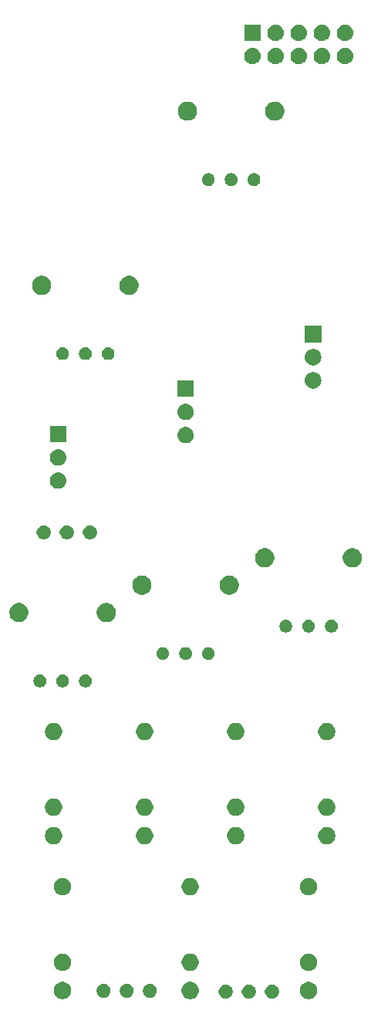
<source format=gts>
G04 #@! TF.GenerationSoftware,KiCad,Pcbnew,(5.0.1-3-g963ef8bb5)*
G04 #@! TF.CreationDate,2020-06-22T21:03:06+02:00*
G04 #@! TF.ProjectId,Schraeg,536368726165672E6B696361645F7063,rev?*
G04 #@! TF.SameCoordinates,Original*
G04 #@! TF.FileFunction,Soldermask,Top*
G04 #@! TF.FilePolarity,Negative*
%FSLAX46Y46*%
G04 Gerber Fmt 4.6, Leading zero omitted, Abs format (unit mm)*
G04 Created by KiCad (PCBNEW (5.0.1-3-g963ef8bb5)) date Monday, 22 June 2020 at 21:03:06*
%MOMM*%
%LPD*%
G01*
G04 APERTURE LIST*
%ADD10C,0.100000*%
G04 APERTURE END LIST*
D10*
G36*
X78277396Y-115565546D02*
X78450466Y-115637234D01*
X78606230Y-115741312D01*
X78738688Y-115873770D01*
X78842766Y-116029534D01*
X78914454Y-116202604D01*
X78951000Y-116386333D01*
X78951000Y-116573667D01*
X78914454Y-116757396D01*
X78842766Y-116930466D01*
X78738688Y-117086230D01*
X78606230Y-117218688D01*
X78450466Y-117322766D01*
X78277396Y-117394454D01*
X78093667Y-117431000D01*
X77906333Y-117431000D01*
X77722604Y-117394454D01*
X77549534Y-117322766D01*
X77393770Y-117218688D01*
X77261312Y-117086230D01*
X77157234Y-116930466D01*
X77085546Y-116757396D01*
X77049000Y-116573667D01*
X77049000Y-116386333D01*
X77085546Y-116202604D01*
X77157234Y-116029534D01*
X77261312Y-115873770D01*
X77393770Y-115741312D01*
X77549534Y-115637234D01*
X77722604Y-115565546D01*
X77906333Y-115529000D01*
X78093667Y-115529000D01*
X78277396Y-115565546D01*
X78277396Y-115565546D01*
G37*
G36*
X65277396Y-115565546D02*
X65450466Y-115637234D01*
X65606230Y-115741312D01*
X65738688Y-115873770D01*
X65842766Y-116029534D01*
X65914454Y-116202604D01*
X65951000Y-116386333D01*
X65951000Y-116573667D01*
X65914454Y-116757396D01*
X65842766Y-116930466D01*
X65738688Y-117086230D01*
X65606230Y-117218688D01*
X65450466Y-117322766D01*
X65277396Y-117394454D01*
X65093667Y-117431000D01*
X64906333Y-117431000D01*
X64722604Y-117394454D01*
X64549534Y-117322766D01*
X64393770Y-117218688D01*
X64261312Y-117086230D01*
X64157234Y-116930466D01*
X64085546Y-116757396D01*
X64049000Y-116573667D01*
X64049000Y-116386333D01*
X64085546Y-116202604D01*
X64157234Y-116029534D01*
X64261312Y-115873770D01*
X64393770Y-115741312D01*
X64549534Y-115637234D01*
X64722604Y-115565546D01*
X64906333Y-115529000D01*
X65093667Y-115529000D01*
X65277396Y-115565546D01*
X65277396Y-115565546D01*
G37*
G36*
X51277396Y-115565546D02*
X51450466Y-115637234D01*
X51606230Y-115741312D01*
X51738688Y-115873770D01*
X51842766Y-116029534D01*
X51914454Y-116202604D01*
X51951000Y-116386333D01*
X51951000Y-116573667D01*
X51914454Y-116757396D01*
X51842766Y-116930466D01*
X51738688Y-117086230D01*
X51606230Y-117218688D01*
X51450466Y-117322766D01*
X51277396Y-117394454D01*
X51093667Y-117431000D01*
X50906333Y-117431000D01*
X50722604Y-117394454D01*
X50549534Y-117322766D01*
X50393770Y-117218688D01*
X50261312Y-117086230D01*
X50157234Y-116930466D01*
X50085546Y-116757396D01*
X50049000Y-116573667D01*
X50049000Y-116386333D01*
X50085546Y-116202604D01*
X50157234Y-116029534D01*
X50261312Y-115873770D01*
X50393770Y-115741312D01*
X50549534Y-115637234D01*
X50722604Y-115565546D01*
X50906333Y-115529000D01*
X51093667Y-115529000D01*
X51277396Y-115565546D01*
X51277396Y-115565546D01*
G37*
G36*
X69025589Y-115838876D02*
X69124893Y-115858629D01*
X69265206Y-115916748D01*
X69391484Y-116001125D01*
X69498875Y-116108516D01*
X69583252Y-116234794D01*
X69641371Y-116375107D01*
X69671000Y-116524063D01*
X69671000Y-116675937D01*
X69641371Y-116824893D01*
X69583252Y-116965206D01*
X69498875Y-117091484D01*
X69391484Y-117198875D01*
X69265206Y-117283252D01*
X69124893Y-117341371D01*
X69025589Y-117361124D01*
X68975938Y-117371000D01*
X68824062Y-117371000D01*
X68774411Y-117361124D01*
X68675107Y-117341371D01*
X68534794Y-117283252D01*
X68408516Y-117198875D01*
X68301125Y-117091484D01*
X68216748Y-116965206D01*
X68158629Y-116824893D01*
X68129000Y-116675937D01*
X68129000Y-116524063D01*
X68158629Y-116375107D01*
X68216748Y-116234794D01*
X68301125Y-116108516D01*
X68408516Y-116001125D01*
X68534794Y-115916748D01*
X68675107Y-115858629D01*
X68774411Y-115838876D01*
X68824062Y-115829000D01*
X68975938Y-115829000D01*
X69025589Y-115838876D01*
X69025589Y-115838876D01*
G37*
G36*
X71565589Y-115838876D02*
X71664893Y-115858629D01*
X71805206Y-115916748D01*
X71931484Y-116001125D01*
X72038875Y-116108516D01*
X72123252Y-116234794D01*
X72181371Y-116375107D01*
X72211000Y-116524063D01*
X72211000Y-116675937D01*
X72181371Y-116824893D01*
X72123252Y-116965206D01*
X72038875Y-117091484D01*
X71931484Y-117198875D01*
X71805206Y-117283252D01*
X71664893Y-117341371D01*
X71565589Y-117361124D01*
X71515938Y-117371000D01*
X71364062Y-117371000D01*
X71314411Y-117361124D01*
X71215107Y-117341371D01*
X71074794Y-117283252D01*
X70948516Y-117198875D01*
X70841125Y-117091484D01*
X70756748Y-116965206D01*
X70698629Y-116824893D01*
X70669000Y-116675937D01*
X70669000Y-116524063D01*
X70698629Y-116375107D01*
X70756748Y-116234794D01*
X70841125Y-116108516D01*
X70948516Y-116001125D01*
X71074794Y-115916748D01*
X71215107Y-115858629D01*
X71314411Y-115838876D01*
X71364062Y-115829000D01*
X71515938Y-115829000D01*
X71565589Y-115838876D01*
X71565589Y-115838876D01*
G37*
G36*
X74105589Y-115838876D02*
X74204893Y-115858629D01*
X74345206Y-115916748D01*
X74471484Y-116001125D01*
X74578875Y-116108516D01*
X74663252Y-116234794D01*
X74721371Y-116375107D01*
X74751000Y-116524063D01*
X74751000Y-116675937D01*
X74721371Y-116824893D01*
X74663252Y-116965206D01*
X74578875Y-117091484D01*
X74471484Y-117198875D01*
X74345206Y-117283252D01*
X74204893Y-117341371D01*
X74105589Y-117361124D01*
X74055938Y-117371000D01*
X73904062Y-117371000D01*
X73854411Y-117361124D01*
X73755107Y-117341371D01*
X73614794Y-117283252D01*
X73488516Y-117198875D01*
X73381125Y-117091484D01*
X73296748Y-116965206D01*
X73238629Y-116824893D01*
X73209000Y-116675937D01*
X73209000Y-116524063D01*
X73238629Y-116375107D01*
X73296748Y-116234794D01*
X73381125Y-116108516D01*
X73488516Y-116001125D01*
X73614794Y-115916748D01*
X73755107Y-115858629D01*
X73854411Y-115838876D01*
X73904062Y-115829000D01*
X74055938Y-115829000D01*
X74105589Y-115838876D01*
X74105589Y-115838876D01*
G37*
G36*
X58165589Y-115738876D02*
X58264893Y-115758629D01*
X58405206Y-115816748D01*
X58531484Y-115901125D01*
X58638875Y-116008516D01*
X58723252Y-116134794D01*
X58781371Y-116275107D01*
X58781371Y-116275109D01*
X58803496Y-116386335D01*
X58811000Y-116424063D01*
X58811000Y-116575937D01*
X58781371Y-116724893D01*
X58723252Y-116865206D01*
X58638875Y-116991484D01*
X58531484Y-117098875D01*
X58405206Y-117183252D01*
X58264893Y-117241371D01*
X58165589Y-117261124D01*
X58115938Y-117271000D01*
X57964062Y-117271000D01*
X57914411Y-117261124D01*
X57815107Y-117241371D01*
X57674794Y-117183252D01*
X57548516Y-117098875D01*
X57441125Y-116991484D01*
X57356748Y-116865206D01*
X57298629Y-116724893D01*
X57269000Y-116575937D01*
X57269000Y-116424063D01*
X57276505Y-116386335D01*
X57298629Y-116275109D01*
X57298629Y-116275107D01*
X57356748Y-116134794D01*
X57441125Y-116008516D01*
X57548516Y-115901125D01*
X57674794Y-115816748D01*
X57815107Y-115758629D01*
X57914411Y-115738876D01*
X57964062Y-115729000D01*
X58115938Y-115729000D01*
X58165589Y-115738876D01*
X58165589Y-115738876D01*
G37*
G36*
X55625589Y-115738876D02*
X55724893Y-115758629D01*
X55865206Y-115816748D01*
X55991484Y-115901125D01*
X56098875Y-116008516D01*
X56183252Y-116134794D01*
X56241371Y-116275107D01*
X56241371Y-116275109D01*
X56263496Y-116386335D01*
X56271000Y-116424063D01*
X56271000Y-116575937D01*
X56241371Y-116724893D01*
X56183252Y-116865206D01*
X56098875Y-116991484D01*
X55991484Y-117098875D01*
X55865206Y-117183252D01*
X55724893Y-117241371D01*
X55625589Y-117261124D01*
X55575938Y-117271000D01*
X55424062Y-117271000D01*
X55374411Y-117261124D01*
X55275107Y-117241371D01*
X55134794Y-117183252D01*
X55008516Y-117098875D01*
X54901125Y-116991484D01*
X54816748Y-116865206D01*
X54758629Y-116724893D01*
X54729000Y-116575937D01*
X54729000Y-116424063D01*
X54736505Y-116386335D01*
X54758629Y-116275109D01*
X54758629Y-116275107D01*
X54816748Y-116134794D01*
X54901125Y-116008516D01*
X55008516Y-115901125D01*
X55134794Y-115816748D01*
X55275107Y-115758629D01*
X55374411Y-115738876D01*
X55424062Y-115729000D01*
X55575938Y-115729000D01*
X55625589Y-115738876D01*
X55625589Y-115738876D01*
G37*
G36*
X60705589Y-115738876D02*
X60804893Y-115758629D01*
X60945206Y-115816748D01*
X61071484Y-115901125D01*
X61178875Y-116008516D01*
X61263252Y-116134794D01*
X61321371Y-116275107D01*
X61321371Y-116275109D01*
X61343496Y-116386335D01*
X61351000Y-116424063D01*
X61351000Y-116575937D01*
X61321371Y-116724893D01*
X61263252Y-116865206D01*
X61178875Y-116991484D01*
X61071484Y-117098875D01*
X60945206Y-117183252D01*
X60804893Y-117241371D01*
X60705589Y-117261124D01*
X60655938Y-117271000D01*
X60504062Y-117271000D01*
X60454411Y-117261124D01*
X60355107Y-117241371D01*
X60214794Y-117183252D01*
X60088516Y-117098875D01*
X59981125Y-116991484D01*
X59896748Y-116865206D01*
X59838629Y-116724893D01*
X59809000Y-116575937D01*
X59809000Y-116424063D01*
X59816505Y-116386335D01*
X59838629Y-116275109D01*
X59838629Y-116275107D01*
X59896748Y-116134794D01*
X59981125Y-116008516D01*
X60088516Y-115901125D01*
X60214794Y-115816748D01*
X60355107Y-115758629D01*
X60454411Y-115738876D01*
X60504062Y-115729000D01*
X60655938Y-115729000D01*
X60705589Y-115738876D01*
X60705589Y-115738876D01*
G37*
G36*
X78277396Y-112465546D02*
X78450466Y-112537234D01*
X78606230Y-112641312D01*
X78738688Y-112773770D01*
X78842766Y-112929534D01*
X78914454Y-113102604D01*
X78951000Y-113286333D01*
X78951000Y-113473667D01*
X78914454Y-113657396D01*
X78842766Y-113830466D01*
X78738688Y-113986230D01*
X78606230Y-114118688D01*
X78450466Y-114222766D01*
X78277396Y-114294454D01*
X78093667Y-114331000D01*
X77906333Y-114331000D01*
X77722604Y-114294454D01*
X77549534Y-114222766D01*
X77393770Y-114118688D01*
X77261312Y-113986230D01*
X77157234Y-113830466D01*
X77085546Y-113657396D01*
X77049000Y-113473667D01*
X77049000Y-113286333D01*
X77085546Y-113102604D01*
X77157234Y-112929534D01*
X77261312Y-112773770D01*
X77393770Y-112641312D01*
X77549534Y-112537234D01*
X77722604Y-112465546D01*
X77906333Y-112429000D01*
X78093667Y-112429000D01*
X78277396Y-112465546D01*
X78277396Y-112465546D01*
G37*
G36*
X65277396Y-112465546D02*
X65450466Y-112537234D01*
X65606230Y-112641312D01*
X65738688Y-112773770D01*
X65842766Y-112929534D01*
X65914454Y-113102604D01*
X65951000Y-113286333D01*
X65951000Y-113473667D01*
X65914454Y-113657396D01*
X65842766Y-113830466D01*
X65738688Y-113986230D01*
X65606230Y-114118688D01*
X65450466Y-114222766D01*
X65277396Y-114294454D01*
X65093667Y-114331000D01*
X64906333Y-114331000D01*
X64722604Y-114294454D01*
X64549534Y-114222766D01*
X64393770Y-114118688D01*
X64261312Y-113986230D01*
X64157234Y-113830466D01*
X64085546Y-113657396D01*
X64049000Y-113473667D01*
X64049000Y-113286333D01*
X64085546Y-113102604D01*
X64157234Y-112929534D01*
X64261312Y-112773770D01*
X64393770Y-112641312D01*
X64549534Y-112537234D01*
X64722604Y-112465546D01*
X64906333Y-112429000D01*
X65093667Y-112429000D01*
X65277396Y-112465546D01*
X65277396Y-112465546D01*
G37*
G36*
X51277396Y-112465546D02*
X51450466Y-112537234D01*
X51606230Y-112641312D01*
X51738688Y-112773770D01*
X51842766Y-112929534D01*
X51914454Y-113102604D01*
X51951000Y-113286333D01*
X51951000Y-113473667D01*
X51914454Y-113657396D01*
X51842766Y-113830466D01*
X51738688Y-113986230D01*
X51606230Y-114118688D01*
X51450466Y-114222766D01*
X51277396Y-114294454D01*
X51093667Y-114331000D01*
X50906333Y-114331000D01*
X50722604Y-114294454D01*
X50549534Y-114222766D01*
X50393770Y-114118688D01*
X50261312Y-113986230D01*
X50157234Y-113830466D01*
X50085546Y-113657396D01*
X50049000Y-113473667D01*
X50049000Y-113286333D01*
X50085546Y-113102604D01*
X50157234Y-112929534D01*
X50261312Y-112773770D01*
X50393770Y-112641312D01*
X50549534Y-112537234D01*
X50722604Y-112465546D01*
X50906333Y-112429000D01*
X51093667Y-112429000D01*
X51277396Y-112465546D01*
X51277396Y-112465546D01*
G37*
G36*
X65277396Y-104165546D02*
X65450466Y-104237234D01*
X65606230Y-104341312D01*
X65738688Y-104473770D01*
X65842766Y-104629534D01*
X65914454Y-104802604D01*
X65951000Y-104986333D01*
X65951000Y-105173667D01*
X65914454Y-105357396D01*
X65842766Y-105530466D01*
X65738688Y-105686230D01*
X65606230Y-105818688D01*
X65450466Y-105922766D01*
X65277396Y-105994454D01*
X65093667Y-106031000D01*
X64906333Y-106031000D01*
X64722604Y-105994454D01*
X64549534Y-105922766D01*
X64393770Y-105818688D01*
X64261312Y-105686230D01*
X64157234Y-105530466D01*
X64085546Y-105357396D01*
X64049000Y-105173667D01*
X64049000Y-104986333D01*
X64085546Y-104802604D01*
X64157234Y-104629534D01*
X64261312Y-104473770D01*
X64393770Y-104341312D01*
X64549534Y-104237234D01*
X64722604Y-104165546D01*
X64906333Y-104129000D01*
X65093667Y-104129000D01*
X65277396Y-104165546D01*
X65277396Y-104165546D01*
G37*
G36*
X78277396Y-104165546D02*
X78450466Y-104237234D01*
X78606230Y-104341312D01*
X78738688Y-104473770D01*
X78842766Y-104629534D01*
X78914454Y-104802604D01*
X78951000Y-104986333D01*
X78951000Y-105173667D01*
X78914454Y-105357396D01*
X78842766Y-105530466D01*
X78738688Y-105686230D01*
X78606230Y-105818688D01*
X78450466Y-105922766D01*
X78277396Y-105994454D01*
X78093667Y-106031000D01*
X77906333Y-106031000D01*
X77722604Y-105994454D01*
X77549534Y-105922766D01*
X77393770Y-105818688D01*
X77261312Y-105686230D01*
X77157234Y-105530466D01*
X77085546Y-105357396D01*
X77049000Y-105173667D01*
X77049000Y-104986333D01*
X77085546Y-104802604D01*
X77157234Y-104629534D01*
X77261312Y-104473770D01*
X77393770Y-104341312D01*
X77549534Y-104237234D01*
X77722604Y-104165546D01*
X77906333Y-104129000D01*
X78093667Y-104129000D01*
X78277396Y-104165546D01*
X78277396Y-104165546D01*
G37*
G36*
X51277396Y-104165546D02*
X51450466Y-104237234D01*
X51606230Y-104341312D01*
X51738688Y-104473770D01*
X51842766Y-104629534D01*
X51914454Y-104802604D01*
X51951000Y-104986333D01*
X51951000Y-105173667D01*
X51914454Y-105357396D01*
X51842766Y-105530466D01*
X51738688Y-105686230D01*
X51606230Y-105818688D01*
X51450466Y-105922766D01*
X51277396Y-105994454D01*
X51093667Y-106031000D01*
X50906333Y-106031000D01*
X50722604Y-105994454D01*
X50549534Y-105922766D01*
X50393770Y-105818688D01*
X50261312Y-105686230D01*
X50157234Y-105530466D01*
X50085546Y-105357396D01*
X50049000Y-105173667D01*
X50049000Y-104986333D01*
X50085546Y-104802604D01*
X50157234Y-104629534D01*
X50261312Y-104473770D01*
X50393770Y-104341312D01*
X50549534Y-104237234D01*
X50722604Y-104165546D01*
X50906333Y-104129000D01*
X51093667Y-104129000D01*
X51277396Y-104165546D01*
X51277396Y-104165546D01*
G37*
G36*
X80277396Y-98565546D02*
X80450466Y-98637234D01*
X80606230Y-98741312D01*
X80738688Y-98873770D01*
X80842766Y-99029534D01*
X80914454Y-99202604D01*
X80951000Y-99386333D01*
X80951000Y-99573667D01*
X80914454Y-99757396D01*
X80842766Y-99930466D01*
X80738688Y-100086230D01*
X80606230Y-100218688D01*
X80450466Y-100322766D01*
X80277396Y-100394454D01*
X80093667Y-100431000D01*
X79906333Y-100431000D01*
X79722604Y-100394454D01*
X79549534Y-100322766D01*
X79393770Y-100218688D01*
X79261312Y-100086230D01*
X79157234Y-99930466D01*
X79085546Y-99757396D01*
X79049000Y-99573667D01*
X79049000Y-99386333D01*
X79085546Y-99202604D01*
X79157234Y-99029534D01*
X79261312Y-98873770D01*
X79393770Y-98741312D01*
X79549534Y-98637234D01*
X79722604Y-98565546D01*
X79906333Y-98529000D01*
X80093667Y-98529000D01*
X80277396Y-98565546D01*
X80277396Y-98565546D01*
G37*
G36*
X70277396Y-98565546D02*
X70450466Y-98637234D01*
X70606230Y-98741312D01*
X70738688Y-98873770D01*
X70842766Y-99029534D01*
X70914454Y-99202604D01*
X70951000Y-99386333D01*
X70951000Y-99573667D01*
X70914454Y-99757396D01*
X70842766Y-99930466D01*
X70738688Y-100086230D01*
X70606230Y-100218688D01*
X70450466Y-100322766D01*
X70277396Y-100394454D01*
X70093667Y-100431000D01*
X69906333Y-100431000D01*
X69722604Y-100394454D01*
X69549534Y-100322766D01*
X69393770Y-100218688D01*
X69261312Y-100086230D01*
X69157234Y-99930466D01*
X69085546Y-99757396D01*
X69049000Y-99573667D01*
X69049000Y-99386333D01*
X69085546Y-99202604D01*
X69157234Y-99029534D01*
X69261312Y-98873770D01*
X69393770Y-98741312D01*
X69549534Y-98637234D01*
X69722604Y-98565546D01*
X69906333Y-98529000D01*
X70093667Y-98529000D01*
X70277396Y-98565546D01*
X70277396Y-98565546D01*
G37*
G36*
X60277396Y-98565546D02*
X60450466Y-98637234D01*
X60606230Y-98741312D01*
X60738688Y-98873770D01*
X60842766Y-99029534D01*
X60914454Y-99202604D01*
X60951000Y-99386333D01*
X60951000Y-99573667D01*
X60914454Y-99757396D01*
X60842766Y-99930466D01*
X60738688Y-100086230D01*
X60606230Y-100218688D01*
X60450466Y-100322766D01*
X60277396Y-100394454D01*
X60093667Y-100431000D01*
X59906333Y-100431000D01*
X59722604Y-100394454D01*
X59549534Y-100322766D01*
X59393770Y-100218688D01*
X59261312Y-100086230D01*
X59157234Y-99930466D01*
X59085546Y-99757396D01*
X59049000Y-99573667D01*
X59049000Y-99386333D01*
X59085546Y-99202604D01*
X59157234Y-99029534D01*
X59261312Y-98873770D01*
X59393770Y-98741312D01*
X59549534Y-98637234D01*
X59722604Y-98565546D01*
X59906333Y-98529000D01*
X60093667Y-98529000D01*
X60277396Y-98565546D01*
X60277396Y-98565546D01*
G37*
G36*
X50277396Y-98565546D02*
X50450466Y-98637234D01*
X50606230Y-98741312D01*
X50738688Y-98873770D01*
X50842766Y-99029534D01*
X50914454Y-99202604D01*
X50951000Y-99386333D01*
X50951000Y-99573667D01*
X50914454Y-99757396D01*
X50842766Y-99930466D01*
X50738688Y-100086230D01*
X50606230Y-100218688D01*
X50450466Y-100322766D01*
X50277396Y-100394454D01*
X50093667Y-100431000D01*
X49906333Y-100431000D01*
X49722604Y-100394454D01*
X49549534Y-100322766D01*
X49393770Y-100218688D01*
X49261312Y-100086230D01*
X49157234Y-99930466D01*
X49085546Y-99757396D01*
X49049000Y-99573667D01*
X49049000Y-99386333D01*
X49085546Y-99202604D01*
X49157234Y-99029534D01*
X49261312Y-98873770D01*
X49393770Y-98741312D01*
X49549534Y-98637234D01*
X49722604Y-98565546D01*
X49906333Y-98529000D01*
X50093667Y-98529000D01*
X50277396Y-98565546D01*
X50277396Y-98565546D01*
G37*
G36*
X50277396Y-95465546D02*
X50450466Y-95537234D01*
X50606230Y-95641312D01*
X50738688Y-95773770D01*
X50842766Y-95929534D01*
X50914454Y-96102604D01*
X50951000Y-96286333D01*
X50951000Y-96473667D01*
X50914454Y-96657396D01*
X50842766Y-96830466D01*
X50738688Y-96986230D01*
X50606230Y-97118688D01*
X50450466Y-97222766D01*
X50277396Y-97294454D01*
X50093667Y-97331000D01*
X49906333Y-97331000D01*
X49722604Y-97294454D01*
X49549534Y-97222766D01*
X49393770Y-97118688D01*
X49261312Y-96986230D01*
X49157234Y-96830466D01*
X49085546Y-96657396D01*
X49049000Y-96473667D01*
X49049000Y-96286333D01*
X49085546Y-96102604D01*
X49157234Y-95929534D01*
X49261312Y-95773770D01*
X49393770Y-95641312D01*
X49549534Y-95537234D01*
X49722604Y-95465546D01*
X49906333Y-95429000D01*
X50093667Y-95429000D01*
X50277396Y-95465546D01*
X50277396Y-95465546D01*
G37*
G36*
X80277396Y-95465546D02*
X80450466Y-95537234D01*
X80606230Y-95641312D01*
X80738688Y-95773770D01*
X80842766Y-95929534D01*
X80914454Y-96102604D01*
X80951000Y-96286333D01*
X80951000Y-96473667D01*
X80914454Y-96657396D01*
X80842766Y-96830466D01*
X80738688Y-96986230D01*
X80606230Y-97118688D01*
X80450466Y-97222766D01*
X80277396Y-97294454D01*
X80093667Y-97331000D01*
X79906333Y-97331000D01*
X79722604Y-97294454D01*
X79549534Y-97222766D01*
X79393770Y-97118688D01*
X79261312Y-96986230D01*
X79157234Y-96830466D01*
X79085546Y-96657396D01*
X79049000Y-96473667D01*
X79049000Y-96286333D01*
X79085546Y-96102604D01*
X79157234Y-95929534D01*
X79261312Y-95773770D01*
X79393770Y-95641312D01*
X79549534Y-95537234D01*
X79722604Y-95465546D01*
X79906333Y-95429000D01*
X80093667Y-95429000D01*
X80277396Y-95465546D01*
X80277396Y-95465546D01*
G37*
G36*
X60277396Y-95465546D02*
X60450466Y-95537234D01*
X60606230Y-95641312D01*
X60738688Y-95773770D01*
X60842766Y-95929534D01*
X60914454Y-96102604D01*
X60951000Y-96286333D01*
X60951000Y-96473667D01*
X60914454Y-96657396D01*
X60842766Y-96830466D01*
X60738688Y-96986230D01*
X60606230Y-97118688D01*
X60450466Y-97222766D01*
X60277396Y-97294454D01*
X60093667Y-97331000D01*
X59906333Y-97331000D01*
X59722604Y-97294454D01*
X59549534Y-97222766D01*
X59393770Y-97118688D01*
X59261312Y-96986230D01*
X59157234Y-96830466D01*
X59085546Y-96657396D01*
X59049000Y-96473667D01*
X59049000Y-96286333D01*
X59085546Y-96102604D01*
X59157234Y-95929534D01*
X59261312Y-95773770D01*
X59393770Y-95641312D01*
X59549534Y-95537234D01*
X59722604Y-95465546D01*
X59906333Y-95429000D01*
X60093667Y-95429000D01*
X60277396Y-95465546D01*
X60277396Y-95465546D01*
G37*
G36*
X70277396Y-95465546D02*
X70450466Y-95537234D01*
X70606230Y-95641312D01*
X70738688Y-95773770D01*
X70842766Y-95929534D01*
X70914454Y-96102604D01*
X70951000Y-96286333D01*
X70951000Y-96473667D01*
X70914454Y-96657396D01*
X70842766Y-96830466D01*
X70738688Y-96986230D01*
X70606230Y-97118688D01*
X70450466Y-97222766D01*
X70277396Y-97294454D01*
X70093667Y-97331000D01*
X69906333Y-97331000D01*
X69722604Y-97294454D01*
X69549534Y-97222766D01*
X69393770Y-97118688D01*
X69261312Y-96986230D01*
X69157234Y-96830466D01*
X69085546Y-96657396D01*
X69049000Y-96473667D01*
X69049000Y-96286333D01*
X69085546Y-96102604D01*
X69157234Y-95929534D01*
X69261312Y-95773770D01*
X69393770Y-95641312D01*
X69549534Y-95537234D01*
X69722604Y-95465546D01*
X69906333Y-95429000D01*
X70093667Y-95429000D01*
X70277396Y-95465546D01*
X70277396Y-95465546D01*
G37*
G36*
X60277396Y-87165546D02*
X60450466Y-87237234D01*
X60606230Y-87341312D01*
X60738688Y-87473770D01*
X60842766Y-87629534D01*
X60914454Y-87802604D01*
X60951000Y-87986333D01*
X60951000Y-88173667D01*
X60914454Y-88357396D01*
X60842766Y-88530466D01*
X60738688Y-88686230D01*
X60606230Y-88818688D01*
X60450466Y-88922766D01*
X60277396Y-88994454D01*
X60093667Y-89031000D01*
X59906333Y-89031000D01*
X59722604Y-88994454D01*
X59549534Y-88922766D01*
X59393770Y-88818688D01*
X59261312Y-88686230D01*
X59157234Y-88530466D01*
X59085546Y-88357396D01*
X59049000Y-88173667D01*
X59049000Y-87986333D01*
X59085546Y-87802604D01*
X59157234Y-87629534D01*
X59261312Y-87473770D01*
X59393770Y-87341312D01*
X59549534Y-87237234D01*
X59722604Y-87165546D01*
X59906333Y-87129000D01*
X60093667Y-87129000D01*
X60277396Y-87165546D01*
X60277396Y-87165546D01*
G37*
G36*
X50277396Y-87165546D02*
X50450466Y-87237234D01*
X50606230Y-87341312D01*
X50738688Y-87473770D01*
X50842766Y-87629534D01*
X50914454Y-87802604D01*
X50951000Y-87986333D01*
X50951000Y-88173667D01*
X50914454Y-88357396D01*
X50842766Y-88530466D01*
X50738688Y-88686230D01*
X50606230Y-88818688D01*
X50450466Y-88922766D01*
X50277396Y-88994454D01*
X50093667Y-89031000D01*
X49906333Y-89031000D01*
X49722604Y-88994454D01*
X49549534Y-88922766D01*
X49393770Y-88818688D01*
X49261312Y-88686230D01*
X49157234Y-88530466D01*
X49085546Y-88357396D01*
X49049000Y-88173667D01*
X49049000Y-87986333D01*
X49085546Y-87802604D01*
X49157234Y-87629534D01*
X49261312Y-87473770D01*
X49393770Y-87341312D01*
X49549534Y-87237234D01*
X49722604Y-87165546D01*
X49906333Y-87129000D01*
X50093667Y-87129000D01*
X50277396Y-87165546D01*
X50277396Y-87165546D01*
G37*
G36*
X80277396Y-87165546D02*
X80450466Y-87237234D01*
X80606230Y-87341312D01*
X80738688Y-87473770D01*
X80842766Y-87629534D01*
X80914454Y-87802604D01*
X80951000Y-87986333D01*
X80951000Y-88173667D01*
X80914454Y-88357396D01*
X80842766Y-88530466D01*
X80738688Y-88686230D01*
X80606230Y-88818688D01*
X80450466Y-88922766D01*
X80277396Y-88994454D01*
X80093667Y-89031000D01*
X79906333Y-89031000D01*
X79722604Y-88994454D01*
X79549534Y-88922766D01*
X79393770Y-88818688D01*
X79261312Y-88686230D01*
X79157234Y-88530466D01*
X79085546Y-88357396D01*
X79049000Y-88173667D01*
X79049000Y-87986333D01*
X79085546Y-87802604D01*
X79157234Y-87629534D01*
X79261312Y-87473770D01*
X79393770Y-87341312D01*
X79549534Y-87237234D01*
X79722604Y-87165546D01*
X79906333Y-87129000D01*
X80093667Y-87129000D01*
X80277396Y-87165546D01*
X80277396Y-87165546D01*
G37*
G36*
X70277396Y-87165546D02*
X70450466Y-87237234D01*
X70606230Y-87341312D01*
X70738688Y-87473770D01*
X70842766Y-87629534D01*
X70914454Y-87802604D01*
X70951000Y-87986333D01*
X70951000Y-88173667D01*
X70914454Y-88357396D01*
X70842766Y-88530466D01*
X70738688Y-88686230D01*
X70606230Y-88818688D01*
X70450466Y-88922766D01*
X70277396Y-88994454D01*
X70093667Y-89031000D01*
X69906333Y-89031000D01*
X69722604Y-88994454D01*
X69549534Y-88922766D01*
X69393770Y-88818688D01*
X69261312Y-88686230D01*
X69157234Y-88530466D01*
X69085546Y-88357396D01*
X69049000Y-88173667D01*
X69049000Y-87986333D01*
X69085546Y-87802604D01*
X69157234Y-87629534D01*
X69261312Y-87473770D01*
X69393770Y-87341312D01*
X69549534Y-87237234D01*
X69722604Y-87165546D01*
X69906333Y-87129000D01*
X70093667Y-87129000D01*
X70277396Y-87165546D01*
X70277396Y-87165546D01*
G37*
G36*
X53704472Y-81825938D02*
X53832049Y-81878782D01*
X53946865Y-81955500D01*
X54044500Y-82053135D01*
X54121218Y-82167951D01*
X54174062Y-82295528D01*
X54201000Y-82430956D01*
X54201000Y-82569044D01*
X54174062Y-82704472D01*
X54121218Y-82832049D01*
X54044500Y-82946865D01*
X53946865Y-83044500D01*
X53832049Y-83121218D01*
X53704472Y-83174062D01*
X53569044Y-83201000D01*
X53430956Y-83201000D01*
X53295528Y-83174062D01*
X53167951Y-83121218D01*
X53053135Y-83044500D01*
X52955500Y-82946865D01*
X52878782Y-82832049D01*
X52825938Y-82704472D01*
X52799000Y-82569044D01*
X52799000Y-82430956D01*
X52825938Y-82295528D01*
X52878782Y-82167951D01*
X52955500Y-82053135D01*
X53053135Y-81955500D01*
X53167951Y-81878782D01*
X53295528Y-81825938D01*
X53430956Y-81799000D01*
X53569044Y-81799000D01*
X53704472Y-81825938D01*
X53704472Y-81825938D01*
G37*
G36*
X51204472Y-81825938D02*
X51332049Y-81878782D01*
X51446865Y-81955500D01*
X51544500Y-82053135D01*
X51621218Y-82167951D01*
X51674062Y-82295528D01*
X51701000Y-82430956D01*
X51701000Y-82569044D01*
X51674062Y-82704472D01*
X51621218Y-82832049D01*
X51544500Y-82946865D01*
X51446865Y-83044500D01*
X51332049Y-83121218D01*
X51204472Y-83174062D01*
X51069044Y-83201000D01*
X50930956Y-83201000D01*
X50795528Y-83174062D01*
X50667951Y-83121218D01*
X50553135Y-83044500D01*
X50455500Y-82946865D01*
X50378782Y-82832049D01*
X50325938Y-82704472D01*
X50299000Y-82569044D01*
X50299000Y-82430956D01*
X50325938Y-82295528D01*
X50378782Y-82167951D01*
X50455500Y-82053135D01*
X50553135Y-81955500D01*
X50667951Y-81878782D01*
X50795528Y-81825938D01*
X50930956Y-81799000D01*
X51069044Y-81799000D01*
X51204472Y-81825938D01*
X51204472Y-81825938D01*
G37*
G36*
X48704472Y-81825938D02*
X48832049Y-81878782D01*
X48946865Y-81955500D01*
X49044500Y-82053135D01*
X49121218Y-82167951D01*
X49174062Y-82295528D01*
X49201000Y-82430956D01*
X49201000Y-82569044D01*
X49174062Y-82704472D01*
X49121218Y-82832049D01*
X49044500Y-82946865D01*
X48946865Y-83044500D01*
X48832049Y-83121218D01*
X48704472Y-83174062D01*
X48569044Y-83201000D01*
X48430956Y-83201000D01*
X48295528Y-83174062D01*
X48167951Y-83121218D01*
X48053135Y-83044500D01*
X47955500Y-82946865D01*
X47878782Y-82832049D01*
X47825938Y-82704472D01*
X47799000Y-82569044D01*
X47799000Y-82430956D01*
X47825938Y-82295528D01*
X47878782Y-82167951D01*
X47955500Y-82053135D01*
X48053135Y-81955500D01*
X48167951Y-81878782D01*
X48295528Y-81825938D01*
X48430956Y-81799000D01*
X48569044Y-81799000D01*
X48704472Y-81825938D01*
X48704472Y-81825938D01*
G37*
G36*
X67204472Y-78825938D02*
X67332049Y-78878782D01*
X67446865Y-78955500D01*
X67544500Y-79053135D01*
X67621218Y-79167951D01*
X67674062Y-79295528D01*
X67701000Y-79430956D01*
X67701000Y-79569044D01*
X67674062Y-79704472D01*
X67621218Y-79832049D01*
X67544500Y-79946865D01*
X67446865Y-80044500D01*
X67332049Y-80121218D01*
X67204472Y-80174062D01*
X67069044Y-80201000D01*
X66930956Y-80201000D01*
X66795528Y-80174062D01*
X66667951Y-80121218D01*
X66553135Y-80044500D01*
X66455500Y-79946865D01*
X66378782Y-79832049D01*
X66325938Y-79704472D01*
X66299000Y-79569044D01*
X66299000Y-79430956D01*
X66325938Y-79295528D01*
X66378782Y-79167951D01*
X66455500Y-79053135D01*
X66553135Y-78955500D01*
X66667951Y-78878782D01*
X66795528Y-78825938D01*
X66930956Y-78799000D01*
X67069044Y-78799000D01*
X67204472Y-78825938D01*
X67204472Y-78825938D01*
G37*
G36*
X64704472Y-78825938D02*
X64832049Y-78878782D01*
X64946865Y-78955500D01*
X65044500Y-79053135D01*
X65121218Y-79167951D01*
X65174062Y-79295528D01*
X65201000Y-79430956D01*
X65201000Y-79569044D01*
X65174062Y-79704472D01*
X65121218Y-79832049D01*
X65044500Y-79946865D01*
X64946865Y-80044500D01*
X64832049Y-80121218D01*
X64704472Y-80174062D01*
X64569044Y-80201000D01*
X64430956Y-80201000D01*
X64295528Y-80174062D01*
X64167951Y-80121218D01*
X64053135Y-80044500D01*
X63955500Y-79946865D01*
X63878782Y-79832049D01*
X63825938Y-79704472D01*
X63799000Y-79569044D01*
X63799000Y-79430956D01*
X63825938Y-79295528D01*
X63878782Y-79167951D01*
X63955500Y-79053135D01*
X64053135Y-78955500D01*
X64167951Y-78878782D01*
X64295528Y-78825938D01*
X64430956Y-78799000D01*
X64569044Y-78799000D01*
X64704472Y-78825938D01*
X64704472Y-78825938D01*
G37*
G36*
X62204472Y-78825938D02*
X62332049Y-78878782D01*
X62446865Y-78955500D01*
X62544500Y-79053135D01*
X62621218Y-79167951D01*
X62674062Y-79295528D01*
X62701000Y-79430956D01*
X62701000Y-79569044D01*
X62674062Y-79704472D01*
X62621218Y-79832049D01*
X62544500Y-79946865D01*
X62446865Y-80044500D01*
X62332049Y-80121218D01*
X62204472Y-80174062D01*
X62069044Y-80201000D01*
X61930956Y-80201000D01*
X61795528Y-80174062D01*
X61667951Y-80121218D01*
X61553135Y-80044500D01*
X61455500Y-79946865D01*
X61378782Y-79832049D01*
X61325938Y-79704472D01*
X61299000Y-79569044D01*
X61299000Y-79430956D01*
X61325938Y-79295528D01*
X61378782Y-79167951D01*
X61455500Y-79053135D01*
X61553135Y-78955500D01*
X61667951Y-78878782D01*
X61795528Y-78825938D01*
X61930956Y-78799000D01*
X62069044Y-78799000D01*
X62204472Y-78825938D01*
X62204472Y-78825938D01*
G37*
G36*
X78204472Y-75825938D02*
X78332049Y-75878782D01*
X78446865Y-75955500D01*
X78544500Y-76053135D01*
X78621218Y-76167951D01*
X78674062Y-76295528D01*
X78701000Y-76430956D01*
X78701000Y-76569044D01*
X78674062Y-76704472D01*
X78621218Y-76832049D01*
X78544500Y-76946865D01*
X78446865Y-77044500D01*
X78332049Y-77121218D01*
X78204472Y-77174062D01*
X78069044Y-77201000D01*
X77930956Y-77201000D01*
X77795528Y-77174062D01*
X77667951Y-77121218D01*
X77553135Y-77044500D01*
X77455500Y-76946865D01*
X77378782Y-76832049D01*
X77325938Y-76704472D01*
X77299000Y-76569044D01*
X77299000Y-76430956D01*
X77325938Y-76295528D01*
X77378782Y-76167951D01*
X77455500Y-76053135D01*
X77553135Y-75955500D01*
X77667951Y-75878782D01*
X77795528Y-75825938D01*
X77930956Y-75799000D01*
X78069044Y-75799000D01*
X78204472Y-75825938D01*
X78204472Y-75825938D01*
G37*
G36*
X80704472Y-75825938D02*
X80832049Y-75878782D01*
X80946865Y-75955500D01*
X81044500Y-76053135D01*
X81121218Y-76167951D01*
X81174062Y-76295528D01*
X81201000Y-76430956D01*
X81201000Y-76569044D01*
X81174062Y-76704472D01*
X81121218Y-76832049D01*
X81044500Y-76946865D01*
X80946865Y-77044500D01*
X80832049Y-77121218D01*
X80704472Y-77174062D01*
X80569044Y-77201000D01*
X80430956Y-77201000D01*
X80295528Y-77174062D01*
X80167951Y-77121218D01*
X80053135Y-77044500D01*
X79955500Y-76946865D01*
X79878782Y-76832049D01*
X79825938Y-76704472D01*
X79799000Y-76569044D01*
X79799000Y-76430956D01*
X79825938Y-76295528D01*
X79878782Y-76167951D01*
X79955500Y-76053135D01*
X80053135Y-75955500D01*
X80167951Y-75878782D01*
X80295528Y-75825938D01*
X80430956Y-75799000D01*
X80569044Y-75799000D01*
X80704472Y-75825938D01*
X80704472Y-75825938D01*
G37*
G36*
X75704472Y-75825938D02*
X75832049Y-75878782D01*
X75946865Y-75955500D01*
X76044500Y-76053135D01*
X76121218Y-76167951D01*
X76174062Y-76295528D01*
X76201000Y-76430956D01*
X76201000Y-76569044D01*
X76174062Y-76704472D01*
X76121218Y-76832049D01*
X76044500Y-76946865D01*
X75946865Y-77044500D01*
X75832049Y-77121218D01*
X75704472Y-77174062D01*
X75569044Y-77201000D01*
X75430956Y-77201000D01*
X75295528Y-77174062D01*
X75167951Y-77121218D01*
X75053135Y-77044500D01*
X74955500Y-76946865D01*
X74878782Y-76832049D01*
X74825938Y-76704472D01*
X74799000Y-76569044D01*
X74799000Y-76430956D01*
X74825938Y-76295528D01*
X74878782Y-76167951D01*
X74955500Y-76053135D01*
X75053135Y-75955500D01*
X75167951Y-75878782D01*
X75295528Y-75825938D01*
X75430956Y-75799000D01*
X75569044Y-75799000D01*
X75704472Y-75825938D01*
X75704472Y-75825938D01*
G37*
G36*
X46506565Y-73989389D02*
X46697834Y-74068615D01*
X46869976Y-74183637D01*
X47016363Y-74330024D01*
X47131385Y-74502166D01*
X47210611Y-74693435D01*
X47251000Y-74896484D01*
X47251000Y-75103516D01*
X47210611Y-75306565D01*
X47131385Y-75497834D01*
X47016363Y-75669976D01*
X46869976Y-75816363D01*
X46697834Y-75931385D01*
X46506565Y-76010611D01*
X46303516Y-76051000D01*
X46096484Y-76051000D01*
X45893435Y-76010611D01*
X45702166Y-75931385D01*
X45530024Y-75816363D01*
X45383637Y-75669976D01*
X45268615Y-75497834D01*
X45189389Y-75306565D01*
X45149000Y-75103516D01*
X45149000Y-74896484D01*
X45189389Y-74693435D01*
X45268615Y-74502166D01*
X45383637Y-74330024D01*
X45530024Y-74183637D01*
X45702166Y-74068615D01*
X45893435Y-73989389D01*
X46096484Y-73949000D01*
X46303516Y-73949000D01*
X46506565Y-73989389D01*
X46506565Y-73989389D01*
G37*
G36*
X56106565Y-73989389D02*
X56297834Y-74068615D01*
X56469976Y-74183637D01*
X56616363Y-74330024D01*
X56731385Y-74502166D01*
X56810611Y-74693435D01*
X56851000Y-74896484D01*
X56851000Y-75103516D01*
X56810611Y-75306565D01*
X56731385Y-75497834D01*
X56616363Y-75669976D01*
X56469976Y-75816363D01*
X56297834Y-75931385D01*
X56106565Y-76010611D01*
X55903516Y-76051000D01*
X55696484Y-76051000D01*
X55493435Y-76010611D01*
X55302166Y-75931385D01*
X55130024Y-75816363D01*
X54983637Y-75669976D01*
X54868615Y-75497834D01*
X54789389Y-75306565D01*
X54749000Y-75103516D01*
X54749000Y-74896484D01*
X54789389Y-74693435D01*
X54868615Y-74502166D01*
X54983637Y-74330024D01*
X55130024Y-74183637D01*
X55302166Y-74068615D01*
X55493435Y-73989389D01*
X55696484Y-73949000D01*
X55903516Y-73949000D01*
X56106565Y-73989389D01*
X56106565Y-73989389D01*
G37*
G36*
X69606565Y-70989389D02*
X69797834Y-71068615D01*
X69969976Y-71183637D01*
X70116363Y-71330024D01*
X70231385Y-71502166D01*
X70310611Y-71693435D01*
X70351000Y-71896484D01*
X70351000Y-72103516D01*
X70310611Y-72306565D01*
X70231385Y-72497834D01*
X70116363Y-72669976D01*
X69969976Y-72816363D01*
X69797834Y-72931385D01*
X69606565Y-73010611D01*
X69403516Y-73051000D01*
X69196484Y-73051000D01*
X68993435Y-73010611D01*
X68802166Y-72931385D01*
X68630024Y-72816363D01*
X68483637Y-72669976D01*
X68368615Y-72497834D01*
X68289389Y-72306565D01*
X68249000Y-72103516D01*
X68249000Y-71896484D01*
X68289389Y-71693435D01*
X68368615Y-71502166D01*
X68483637Y-71330024D01*
X68630024Y-71183637D01*
X68802166Y-71068615D01*
X68993435Y-70989389D01*
X69196484Y-70949000D01*
X69403516Y-70949000D01*
X69606565Y-70989389D01*
X69606565Y-70989389D01*
G37*
G36*
X60006565Y-70989389D02*
X60197834Y-71068615D01*
X60369976Y-71183637D01*
X60516363Y-71330024D01*
X60631385Y-71502166D01*
X60710611Y-71693435D01*
X60751000Y-71896484D01*
X60751000Y-72103516D01*
X60710611Y-72306565D01*
X60631385Y-72497834D01*
X60516363Y-72669976D01*
X60369976Y-72816363D01*
X60197834Y-72931385D01*
X60006565Y-73010611D01*
X59803516Y-73051000D01*
X59596484Y-73051000D01*
X59393435Y-73010611D01*
X59202166Y-72931385D01*
X59030024Y-72816363D01*
X58883637Y-72669976D01*
X58768615Y-72497834D01*
X58689389Y-72306565D01*
X58649000Y-72103516D01*
X58649000Y-71896484D01*
X58689389Y-71693435D01*
X58768615Y-71502166D01*
X58883637Y-71330024D01*
X59030024Y-71183637D01*
X59202166Y-71068615D01*
X59393435Y-70989389D01*
X59596484Y-70949000D01*
X59803516Y-70949000D01*
X60006565Y-70989389D01*
X60006565Y-70989389D01*
G37*
G36*
X73506565Y-67989389D02*
X73697834Y-68068615D01*
X73869976Y-68183637D01*
X74016363Y-68330024D01*
X74131385Y-68502166D01*
X74210611Y-68693435D01*
X74251000Y-68896484D01*
X74251000Y-69103516D01*
X74210611Y-69306565D01*
X74131385Y-69497834D01*
X74016363Y-69669976D01*
X73869976Y-69816363D01*
X73697834Y-69931385D01*
X73506565Y-70010611D01*
X73303516Y-70051000D01*
X73096484Y-70051000D01*
X72893435Y-70010611D01*
X72702166Y-69931385D01*
X72530024Y-69816363D01*
X72383637Y-69669976D01*
X72268615Y-69497834D01*
X72189389Y-69306565D01*
X72149000Y-69103516D01*
X72149000Y-68896484D01*
X72189389Y-68693435D01*
X72268615Y-68502166D01*
X72383637Y-68330024D01*
X72530024Y-68183637D01*
X72702166Y-68068615D01*
X72893435Y-67989389D01*
X73096484Y-67949000D01*
X73303516Y-67949000D01*
X73506565Y-67989389D01*
X73506565Y-67989389D01*
G37*
G36*
X83106565Y-67989389D02*
X83297834Y-68068615D01*
X83469976Y-68183637D01*
X83616363Y-68330024D01*
X83731385Y-68502166D01*
X83810611Y-68693435D01*
X83851000Y-68896484D01*
X83851000Y-69103516D01*
X83810611Y-69306565D01*
X83731385Y-69497834D01*
X83616363Y-69669976D01*
X83469976Y-69816363D01*
X83297834Y-69931385D01*
X83106565Y-70010611D01*
X82903516Y-70051000D01*
X82696484Y-70051000D01*
X82493435Y-70010611D01*
X82302166Y-69931385D01*
X82130024Y-69816363D01*
X81983637Y-69669976D01*
X81868615Y-69497834D01*
X81789389Y-69306565D01*
X81749000Y-69103516D01*
X81749000Y-68896484D01*
X81789389Y-68693435D01*
X81868615Y-68502166D01*
X81983637Y-68330024D01*
X82130024Y-68183637D01*
X82302166Y-68068615D01*
X82493435Y-67989389D01*
X82696484Y-67949000D01*
X82903516Y-67949000D01*
X83106565Y-67989389D01*
X83106565Y-67989389D01*
G37*
G36*
X49045589Y-65438876D02*
X49144893Y-65458629D01*
X49285206Y-65516748D01*
X49411484Y-65601125D01*
X49518875Y-65708516D01*
X49603252Y-65834794D01*
X49661371Y-65975107D01*
X49691000Y-66124063D01*
X49691000Y-66275937D01*
X49661371Y-66424893D01*
X49603252Y-66565206D01*
X49518875Y-66691484D01*
X49411484Y-66798875D01*
X49285206Y-66883252D01*
X49144893Y-66941371D01*
X49045589Y-66961124D01*
X48995938Y-66971000D01*
X48844062Y-66971000D01*
X48794411Y-66961124D01*
X48695107Y-66941371D01*
X48554794Y-66883252D01*
X48428516Y-66798875D01*
X48321125Y-66691484D01*
X48236748Y-66565206D01*
X48178629Y-66424893D01*
X48149000Y-66275937D01*
X48149000Y-66124063D01*
X48178629Y-65975107D01*
X48236748Y-65834794D01*
X48321125Y-65708516D01*
X48428516Y-65601125D01*
X48554794Y-65516748D01*
X48695107Y-65458629D01*
X48794411Y-65438876D01*
X48844062Y-65429000D01*
X48995938Y-65429000D01*
X49045589Y-65438876D01*
X49045589Y-65438876D01*
G37*
G36*
X51585589Y-65438876D02*
X51684893Y-65458629D01*
X51825206Y-65516748D01*
X51951484Y-65601125D01*
X52058875Y-65708516D01*
X52143252Y-65834794D01*
X52201371Y-65975107D01*
X52231000Y-66124063D01*
X52231000Y-66275937D01*
X52201371Y-66424893D01*
X52143252Y-66565206D01*
X52058875Y-66691484D01*
X51951484Y-66798875D01*
X51825206Y-66883252D01*
X51684893Y-66941371D01*
X51585589Y-66961124D01*
X51535938Y-66971000D01*
X51384062Y-66971000D01*
X51334411Y-66961124D01*
X51235107Y-66941371D01*
X51094794Y-66883252D01*
X50968516Y-66798875D01*
X50861125Y-66691484D01*
X50776748Y-66565206D01*
X50718629Y-66424893D01*
X50689000Y-66275937D01*
X50689000Y-66124063D01*
X50718629Y-65975107D01*
X50776748Y-65834794D01*
X50861125Y-65708516D01*
X50968516Y-65601125D01*
X51094794Y-65516748D01*
X51235107Y-65458629D01*
X51334411Y-65438876D01*
X51384062Y-65429000D01*
X51535938Y-65429000D01*
X51585589Y-65438876D01*
X51585589Y-65438876D01*
G37*
G36*
X54125589Y-65438876D02*
X54224893Y-65458629D01*
X54365206Y-65516748D01*
X54491484Y-65601125D01*
X54598875Y-65708516D01*
X54683252Y-65834794D01*
X54741371Y-65975107D01*
X54771000Y-66124063D01*
X54771000Y-66275937D01*
X54741371Y-66424893D01*
X54683252Y-66565206D01*
X54598875Y-66691484D01*
X54491484Y-66798875D01*
X54365206Y-66883252D01*
X54224893Y-66941371D01*
X54125589Y-66961124D01*
X54075938Y-66971000D01*
X53924062Y-66971000D01*
X53874411Y-66961124D01*
X53775107Y-66941371D01*
X53634794Y-66883252D01*
X53508516Y-66798875D01*
X53401125Y-66691484D01*
X53316748Y-66565206D01*
X53258629Y-66424893D01*
X53229000Y-66275937D01*
X53229000Y-66124063D01*
X53258629Y-65975107D01*
X53316748Y-65834794D01*
X53401125Y-65708516D01*
X53508516Y-65601125D01*
X53634794Y-65516748D01*
X53775107Y-65458629D01*
X53874411Y-65438876D01*
X53924062Y-65429000D01*
X54075938Y-65429000D01*
X54125589Y-65438876D01*
X54125589Y-65438876D01*
G37*
G36*
X50610443Y-59645519D02*
X50676627Y-59652037D01*
X50789853Y-59686384D01*
X50846467Y-59703557D01*
X50985087Y-59777652D01*
X51002991Y-59787222D01*
X51038729Y-59816552D01*
X51140186Y-59899814D01*
X51223448Y-60001271D01*
X51252778Y-60037009D01*
X51252779Y-60037011D01*
X51336443Y-60193533D01*
X51336443Y-60193534D01*
X51387963Y-60363373D01*
X51405359Y-60540000D01*
X51387963Y-60716627D01*
X51353616Y-60829853D01*
X51336443Y-60886467D01*
X51262348Y-61025087D01*
X51252778Y-61042991D01*
X51223448Y-61078729D01*
X51140186Y-61180186D01*
X51038729Y-61263448D01*
X51002991Y-61292778D01*
X51002989Y-61292779D01*
X50846467Y-61376443D01*
X50789853Y-61393616D01*
X50676627Y-61427963D01*
X50610442Y-61434482D01*
X50544260Y-61441000D01*
X50455740Y-61441000D01*
X50389558Y-61434482D01*
X50323373Y-61427963D01*
X50210147Y-61393616D01*
X50153533Y-61376443D01*
X49997011Y-61292779D01*
X49997009Y-61292778D01*
X49961271Y-61263448D01*
X49859814Y-61180186D01*
X49776552Y-61078729D01*
X49747222Y-61042991D01*
X49737652Y-61025087D01*
X49663557Y-60886467D01*
X49646384Y-60829853D01*
X49612037Y-60716627D01*
X49594641Y-60540000D01*
X49612037Y-60363373D01*
X49663557Y-60193534D01*
X49663557Y-60193533D01*
X49747221Y-60037011D01*
X49747222Y-60037009D01*
X49776552Y-60001271D01*
X49859814Y-59899814D01*
X49961271Y-59816552D01*
X49997009Y-59787222D01*
X50014913Y-59777652D01*
X50153533Y-59703557D01*
X50210147Y-59686384D01*
X50323373Y-59652037D01*
X50389557Y-59645519D01*
X50455740Y-59639000D01*
X50544260Y-59639000D01*
X50610443Y-59645519D01*
X50610443Y-59645519D01*
G37*
G36*
X50610443Y-57105519D02*
X50676627Y-57112037D01*
X50789853Y-57146384D01*
X50846467Y-57163557D01*
X50985087Y-57237652D01*
X51002991Y-57247222D01*
X51038729Y-57276552D01*
X51140186Y-57359814D01*
X51223448Y-57461271D01*
X51252778Y-57497009D01*
X51252779Y-57497011D01*
X51336443Y-57653533D01*
X51336443Y-57653534D01*
X51387963Y-57823373D01*
X51405359Y-58000000D01*
X51387963Y-58176627D01*
X51353616Y-58289853D01*
X51336443Y-58346467D01*
X51262348Y-58485087D01*
X51252778Y-58502991D01*
X51223448Y-58538729D01*
X51140186Y-58640186D01*
X51038729Y-58723448D01*
X51002991Y-58752778D01*
X51002989Y-58752779D01*
X50846467Y-58836443D01*
X50789853Y-58853616D01*
X50676627Y-58887963D01*
X50610442Y-58894482D01*
X50544260Y-58901000D01*
X50455740Y-58901000D01*
X50389558Y-58894482D01*
X50323373Y-58887963D01*
X50210147Y-58853616D01*
X50153533Y-58836443D01*
X49997011Y-58752779D01*
X49997009Y-58752778D01*
X49961271Y-58723448D01*
X49859814Y-58640186D01*
X49776552Y-58538729D01*
X49747222Y-58502991D01*
X49737652Y-58485087D01*
X49663557Y-58346467D01*
X49646384Y-58289853D01*
X49612037Y-58176627D01*
X49594641Y-58000000D01*
X49612037Y-57823373D01*
X49663557Y-57653534D01*
X49663557Y-57653533D01*
X49747221Y-57497011D01*
X49747222Y-57497009D01*
X49776552Y-57461271D01*
X49859814Y-57359814D01*
X49961271Y-57276552D01*
X49997009Y-57247222D01*
X50014913Y-57237652D01*
X50153533Y-57163557D01*
X50210147Y-57146384D01*
X50323373Y-57112037D01*
X50389557Y-57105519D01*
X50455740Y-57099000D01*
X50544260Y-57099000D01*
X50610443Y-57105519D01*
X50610443Y-57105519D01*
G37*
G36*
X64610443Y-54645519D02*
X64676627Y-54652037D01*
X64789853Y-54686384D01*
X64846467Y-54703557D01*
X64985087Y-54777652D01*
X65002991Y-54787222D01*
X65038729Y-54816552D01*
X65140186Y-54899814D01*
X65223448Y-55001271D01*
X65252778Y-55037009D01*
X65252779Y-55037011D01*
X65336443Y-55193533D01*
X65336443Y-55193534D01*
X65387963Y-55363373D01*
X65405359Y-55540000D01*
X65387963Y-55716627D01*
X65353616Y-55829853D01*
X65336443Y-55886467D01*
X65262348Y-56025087D01*
X65252778Y-56042991D01*
X65223448Y-56078729D01*
X65140186Y-56180186D01*
X65038729Y-56263448D01*
X65002991Y-56292778D01*
X65002989Y-56292779D01*
X64846467Y-56376443D01*
X64789853Y-56393616D01*
X64676627Y-56427963D01*
X64610442Y-56434482D01*
X64544260Y-56441000D01*
X64455740Y-56441000D01*
X64389558Y-56434482D01*
X64323373Y-56427963D01*
X64210147Y-56393616D01*
X64153533Y-56376443D01*
X63997011Y-56292779D01*
X63997009Y-56292778D01*
X63961271Y-56263448D01*
X63859814Y-56180186D01*
X63776552Y-56078729D01*
X63747222Y-56042991D01*
X63737652Y-56025087D01*
X63663557Y-55886467D01*
X63646384Y-55829853D01*
X63612037Y-55716627D01*
X63594641Y-55540000D01*
X63612037Y-55363373D01*
X63663557Y-55193534D01*
X63663557Y-55193533D01*
X63747221Y-55037011D01*
X63747222Y-55037009D01*
X63776552Y-55001271D01*
X63859814Y-54899814D01*
X63961271Y-54816552D01*
X63997009Y-54787222D01*
X64014913Y-54777652D01*
X64153533Y-54703557D01*
X64210147Y-54686384D01*
X64323373Y-54652037D01*
X64389557Y-54645519D01*
X64455740Y-54639000D01*
X64544260Y-54639000D01*
X64610443Y-54645519D01*
X64610443Y-54645519D01*
G37*
G36*
X51401000Y-56361000D02*
X49599000Y-56361000D01*
X49599000Y-54559000D01*
X51401000Y-54559000D01*
X51401000Y-56361000D01*
X51401000Y-56361000D01*
G37*
G36*
X64610443Y-52105519D02*
X64676627Y-52112037D01*
X64789853Y-52146384D01*
X64846467Y-52163557D01*
X64985087Y-52237652D01*
X65002991Y-52247222D01*
X65038729Y-52276552D01*
X65140186Y-52359814D01*
X65223448Y-52461271D01*
X65252778Y-52497009D01*
X65252779Y-52497011D01*
X65336443Y-52653533D01*
X65336443Y-52653534D01*
X65387963Y-52823373D01*
X65405359Y-53000000D01*
X65387963Y-53176627D01*
X65353616Y-53289853D01*
X65336443Y-53346467D01*
X65262348Y-53485087D01*
X65252778Y-53502991D01*
X65223448Y-53538729D01*
X65140186Y-53640186D01*
X65038729Y-53723448D01*
X65002991Y-53752778D01*
X65002989Y-53752779D01*
X64846467Y-53836443D01*
X64789853Y-53853616D01*
X64676627Y-53887963D01*
X64610442Y-53894482D01*
X64544260Y-53901000D01*
X64455740Y-53901000D01*
X64389558Y-53894482D01*
X64323373Y-53887963D01*
X64210147Y-53853616D01*
X64153533Y-53836443D01*
X63997011Y-53752779D01*
X63997009Y-53752778D01*
X63961271Y-53723448D01*
X63859814Y-53640186D01*
X63776552Y-53538729D01*
X63747222Y-53502991D01*
X63737652Y-53485087D01*
X63663557Y-53346467D01*
X63646384Y-53289853D01*
X63612037Y-53176627D01*
X63594641Y-53000000D01*
X63612037Y-52823373D01*
X63663557Y-52653534D01*
X63663557Y-52653533D01*
X63747221Y-52497011D01*
X63747222Y-52497009D01*
X63776552Y-52461271D01*
X63859814Y-52359814D01*
X63961271Y-52276552D01*
X63997009Y-52247222D01*
X64014913Y-52237652D01*
X64153533Y-52163557D01*
X64210147Y-52146384D01*
X64323373Y-52112037D01*
X64389557Y-52105519D01*
X64455740Y-52099000D01*
X64544260Y-52099000D01*
X64610443Y-52105519D01*
X64610443Y-52105519D01*
G37*
G36*
X65401000Y-51361000D02*
X63599000Y-51361000D01*
X63599000Y-49559000D01*
X65401000Y-49559000D01*
X65401000Y-51361000D01*
X65401000Y-51361000D01*
G37*
G36*
X78610443Y-48645519D02*
X78676627Y-48652037D01*
X78789853Y-48686384D01*
X78846467Y-48703557D01*
X78985087Y-48777652D01*
X79002991Y-48787222D01*
X79038729Y-48816552D01*
X79140186Y-48899814D01*
X79223448Y-49001271D01*
X79252778Y-49037009D01*
X79252779Y-49037011D01*
X79336443Y-49193533D01*
X79336443Y-49193534D01*
X79387963Y-49363373D01*
X79405359Y-49540000D01*
X79387963Y-49716627D01*
X79353616Y-49829853D01*
X79336443Y-49886467D01*
X79262348Y-50025087D01*
X79252778Y-50042991D01*
X79223448Y-50078729D01*
X79140186Y-50180186D01*
X79038729Y-50263448D01*
X79002991Y-50292778D01*
X79002989Y-50292779D01*
X78846467Y-50376443D01*
X78789853Y-50393616D01*
X78676627Y-50427963D01*
X78610442Y-50434482D01*
X78544260Y-50441000D01*
X78455740Y-50441000D01*
X78389557Y-50434481D01*
X78323373Y-50427963D01*
X78210147Y-50393616D01*
X78153533Y-50376443D01*
X77997011Y-50292779D01*
X77997009Y-50292778D01*
X77961271Y-50263448D01*
X77859814Y-50180186D01*
X77776552Y-50078729D01*
X77747222Y-50042991D01*
X77737652Y-50025087D01*
X77663557Y-49886467D01*
X77646384Y-49829853D01*
X77612037Y-49716627D01*
X77594641Y-49540000D01*
X77612037Y-49363373D01*
X77663557Y-49193534D01*
X77663557Y-49193533D01*
X77747221Y-49037011D01*
X77747222Y-49037009D01*
X77776552Y-49001271D01*
X77859814Y-48899814D01*
X77961271Y-48816552D01*
X77997009Y-48787222D01*
X78014913Y-48777652D01*
X78153533Y-48703557D01*
X78210147Y-48686384D01*
X78323373Y-48652037D01*
X78389557Y-48645519D01*
X78455740Y-48639000D01*
X78544260Y-48639000D01*
X78610443Y-48645519D01*
X78610443Y-48645519D01*
G37*
G36*
X78610442Y-46105518D02*
X78676627Y-46112037D01*
X78789853Y-46146384D01*
X78846467Y-46163557D01*
X78985087Y-46237652D01*
X79002991Y-46247222D01*
X79028249Y-46267951D01*
X79140186Y-46359814D01*
X79223448Y-46461271D01*
X79252778Y-46497009D01*
X79252779Y-46497011D01*
X79336443Y-46653533D01*
X79341148Y-46669044D01*
X79387963Y-46823373D01*
X79405359Y-47000000D01*
X79387963Y-47176627D01*
X79374436Y-47221218D01*
X79336443Y-47346467D01*
X79262348Y-47485087D01*
X79252778Y-47502991D01*
X79223448Y-47538729D01*
X79140186Y-47640186D01*
X79038729Y-47723448D01*
X79002991Y-47752778D01*
X79002989Y-47752779D01*
X78846467Y-47836443D01*
X78789853Y-47853616D01*
X78676627Y-47887963D01*
X78610442Y-47894482D01*
X78544260Y-47901000D01*
X78455740Y-47901000D01*
X78389558Y-47894482D01*
X78323373Y-47887963D01*
X78210147Y-47853616D01*
X78153533Y-47836443D01*
X77997011Y-47752779D01*
X77997009Y-47752778D01*
X77961271Y-47723448D01*
X77859814Y-47640186D01*
X77776552Y-47538729D01*
X77747222Y-47502991D01*
X77737652Y-47485087D01*
X77663557Y-47346467D01*
X77625564Y-47221218D01*
X77612037Y-47176627D01*
X77594641Y-47000000D01*
X77612037Y-46823373D01*
X77658852Y-46669044D01*
X77663557Y-46653533D01*
X77747221Y-46497011D01*
X77747222Y-46497009D01*
X77776552Y-46461271D01*
X77859814Y-46359814D01*
X77971751Y-46267951D01*
X77997009Y-46247222D01*
X78014913Y-46237652D01*
X78153533Y-46163557D01*
X78210147Y-46146384D01*
X78323373Y-46112037D01*
X78389558Y-46105518D01*
X78455740Y-46099000D01*
X78544260Y-46099000D01*
X78610442Y-46105518D01*
X78610442Y-46105518D01*
G37*
G36*
X56204472Y-45925938D02*
X56332049Y-45978782D01*
X56446865Y-46055500D01*
X56544500Y-46153135D01*
X56621218Y-46267951D01*
X56674062Y-46395528D01*
X56701000Y-46530956D01*
X56701000Y-46669044D01*
X56674062Y-46804472D01*
X56621218Y-46932049D01*
X56544500Y-47046865D01*
X56446865Y-47144500D01*
X56332049Y-47221218D01*
X56204472Y-47274062D01*
X56069044Y-47301000D01*
X55930956Y-47301000D01*
X55795528Y-47274062D01*
X55667951Y-47221218D01*
X55553135Y-47144500D01*
X55455500Y-47046865D01*
X55378782Y-46932049D01*
X55325938Y-46804472D01*
X55299000Y-46669044D01*
X55299000Y-46530956D01*
X55325938Y-46395528D01*
X55378782Y-46267951D01*
X55455500Y-46153135D01*
X55553135Y-46055500D01*
X55667951Y-45978782D01*
X55795528Y-45925938D01*
X55930956Y-45899000D01*
X56069044Y-45899000D01*
X56204472Y-45925938D01*
X56204472Y-45925938D01*
G37*
G36*
X53704472Y-45925938D02*
X53832049Y-45978782D01*
X53946865Y-46055500D01*
X54044500Y-46153135D01*
X54121218Y-46267951D01*
X54174062Y-46395528D01*
X54201000Y-46530956D01*
X54201000Y-46669044D01*
X54174062Y-46804472D01*
X54121218Y-46932049D01*
X54044500Y-47046865D01*
X53946865Y-47144500D01*
X53832049Y-47221218D01*
X53704472Y-47274062D01*
X53569044Y-47301000D01*
X53430956Y-47301000D01*
X53295528Y-47274062D01*
X53167951Y-47221218D01*
X53053135Y-47144500D01*
X52955500Y-47046865D01*
X52878782Y-46932049D01*
X52825938Y-46804472D01*
X52799000Y-46669044D01*
X52799000Y-46530956D01*
X52825938Y-46395528D01*
X52878782Y-46267951D01*
X52955500Y-46153135D01*
X53053135Y-46055500D01*
X53167951Y-45978782D01*
X53295528Y-45925938D01*
X53430956Y-45899000D01*
X53569044Y-45899000D01*
X53704472Y-45925938D01*
X53704472Y-45925938D01*
G37*
G36*
X51204472Y-45925938D02*
X51332049Y-45978782D01*
X51446865Y-46055500D01*
X51544500Y-46153135D01*
X51621218Y-46267951D01*
X51674062Y-46395528D01*
X51701000Y-46530956D01*
X51701000Y-46669044D01*
X51674062Y-46804472D01*
X51621218Y-46932049D01*
X51544500Y-47046865D01*
X51446865Y-47144500D01*
X51332049Y-47221218D01*
X51204472Y-47274062D01*
X51069044Y-47301000D01*
X50930956Y-47301000D01*
X50795528Y-47274062D01*
X50667951Y-47221218D01*
X50553135Y-47144500D01*
X50455500Y-47046865D01*
X50378782Y-46932049D01*
X50325938Y-46804472D01*
X50299000Y-46669044D01*
X50299000Y-46530956D01*
X50325938Y-46395528D01*
X50378782Y-46267951D01*
X50455500Y-46153135D01*
X50553135Y-46055500D01*
X50667951Y-45978782D01*
X50795528Y-45925938D01*
X50930956Y-45899000D01*
X51069044Y-45899000D01*
X51204472Y-45925938D01*
X51204472Y-45925938D01*
G37*
G36*
X79401000Y-45361000D02*
X77599000Y-45361000D01*
X77599000Y-43559000D01*
X79401000Y-43559000D01*
X79401000Y-45361000D01*
X79401000Y-45361000D01*
G37*
G36*
X58606565Y-38089389D02*
X58797834Y-38168615D01*
X58969976Y-38283637D01*
X59116363Y-38430024D01*
X59231385Y-38602166D01*
X59310611Y-38793435D01*
X59351000Y-38996484D01*
X59351000Y-39203516D01*
X59310611Y-39406565D01*
X59231385Y-39597834D01*
X59116363Y-39769976D01*
X58969976Y-39916363D01*
X58797834Y-40031385D01*
X58606565Y-40110611D01*
X58403516Y-40151000D01*
X58196484Y-40151000D01*
X57993435Y-40110611D01*
X57802166Y-40031385D01*
X57630024Y-39916363D01*
X57483637Y-39769976D01*
X57368615Y-39597834D01*
X57289389Y-39406565D01*
X57249000Y-39203516D01*
X57249000Y-38996484D01*
X57289389Y-38793435D01*
X57368615Y-38602166D01*
X57483637Y-38430024D01*
X57630024Y-38283637D01*
X57802166Y-38168615D01*
X57993435Y-38089389D01*
X58196484Y-38049000D01*
X58403516Y-38049000D01*
X58606565Y-38089389D01*
X58606565Y-38089389D01*
G37*
G36*
X49006565Y-38089389D02*
X49197834Y-38168615D01*
X49369976Y-38283637D01*
X49516363Y-38430024D01*
X49631385Y-38602166D01*
X49710611Y-38793435D01*
X49751000Y-38996484D01*
X49751000Y-39203516D01*
X49710611Y-39406565D01*
X49631385Y-39597834D01*
X49516363Y-39769976D01*
X49369976Y-39916363D01*
X49197834Y-40031385D01*
X49006565Y-40110611D01*
X48803516Y-40151000D01*
X48596484Y-40151000D01*
X48393435Y-40110611D01*
X48202166Y-40031385D01*
X48030024Y-39916363D01*
X47883637Y-39769976D01*
X47768615Y-39597834D01*
X47689389Y-39406565D01*
X47649000Y-39203516D01*
X47649000Y-38996484D01*
X47689389Y-38793435D01*
X47768615Y-38602166D01*
X47883637Y-38430024D01*
X48030024Y-38283637D01*
X48202166Y-38168615D01*
X48393435Y-38089389D01*
X48596484Y-38049000D01*
X48803516Y-38049000D01*
X49006565Y-38089389D01*
X49006565Y-38089389D01*
G37*
G36*
X72204472Y-26825938D02*
X72332049Y-26878782D01*
X72446865Y-26955500D01*
X72544500Y-27053135D01*
X72621218Y-27167951D01*
X72674062Y-27295528D01*
X72701000Y-27430956D01*
X72701000Y-27569044D01*
X72674062Y-27704472D01*
X72621218Y-27832049D01*
X72544500Y-27946865D01*
X72446865Y-28044500D01*
X72332049Y-28121218D01*
X72204472Y-28174062D01*
X72069044Y-28201000D01*
X71930956Y-28201000D01*
X71795528Y-28174062D01*
X71667951Y-28121218D01*
X71553135Y-28044500D01*
X71455500Y-27946865D01*
X71378782Y-27832049D01*
X71325938Y-27704472D01*
X71299000Y-27569044D01*
X71299000Y-27430956D01*
X71325938Y-27295528D01*
X71378782Y-27167951D01*
X71455500Y-27053135D01*
X71553135Y-26955500D01*
X71667951Y-26878782D01*
X71795528Y-26825938D01*
X71930956Y-26799000D01*
X72069044Y-26799000D01*
X72204472Y-26825938D01*
X72204472Y-26825938D01*
G37*
G36*
X67204472Y-26825938D02*
X67332049Y-26878782D01*
X67446865Y-26955500D01*
X67544500Y-27053135D01*
X67621218Y-27167951D01*
X67674062Y-27295528D01*
X67701000Y-27430956D01*
X67701000Y-27569044D01*
X67674062Y-27704472D01*
X67621218Y-27832049D01*
X67544500Y-27946865D01*
X67446865Y-28044500D01*
X67332049Y-28121218D01*
X67204472Y-28174062D01*
X67069044Y-28201000D01*
X66930956Y-28201000D01*
X66795528Y-28174062D01*
X66667951Y-28121218D01*
X66553135Y-28044500D01*
X66455500Y-27946865D01*
X66378782Y-27832049D01*
X66325938Y-27704472D01*
X66299000Y-27569044D01*
X66299000Y-27430956D01*
X66325938Y-27295528D01*
X66378782Y-27167951D01*
X66455500Y-27053135D01*
X66553135Y-26955500D01*
X66667951Y-26878782D01*
X66795528Y-26825938D01*
X66930956Y-26799000D01*
X67069044Y-26799000D01*
X67204472Y-26825938D01*
X67204472Y-26825938D01*
G37*
G36*
X69704472Y-26825938D02*
X69832049Y-26878782D01*
X69946865Y-26955500D01*
X70044500Y-27053135D01*
X70121218Y-27167951D01*
X70174062Y-27295528D01*
X70201000Y-27430956D01*
X70201000Y-27569044D01*
X70174062Y-27704472D01*
X70121218Y-27832049D01*
X70044500Y-27946865D01*
X69946865Y-28044500D01*
X69832049Y-28121218D01*
X69704472Y-28174062D01*
X69569044Y-28201000D01*
X69430956Y-28201000D01*
X69295528Y-28174062D01*
X69167951Y-28121218D01*
X69053135Y-28044500D01*
X68955500Y-27946865D01*
X68878782Y-27832049D01*
X68825938Y-27704472D01*
X68799000Y-27569044D01*
X68799000Y-27430956D01*
X68825938Y-27295528D01*
X68878782Y-27167951D01*
X68955500Y-27053135D01*
X69053135Y-26955500D01*
X69167951Y-26878782D01*
X69295528Y-26825938D01*
X69430956Y-26799000D01*
X69569044Y-26799000D01*
X69704472Y-26825938D01*
X69704472Y-26825938D01*
G37*
G36*
X65006565Y-18989389D02*
X65197834Y-19068615D01*
X65369976Y-19183637D01*
X65516363Y-19330024D01*
X65631385Y-19502166D01*
X65710611Y-19693435D01*
X65751000Y-19896484D01*
X65751000Y-20103516D01*
X65710611Y-20306565D01*
X65631385Y-20497834D01*
X65516363Y-20669976D01*
X65369976Y-20816363D01*
X65197834Y-20931385D01*
X65006565Y-21010611D01*
X64803516Y-21051000D01*
X64596484Y-21051000D01*
X64393435Y-21010611D01*
X64202166Y-20931385D01*
X64030024Y-20816363D01*
X63883637Y-20669976D01*
X63768615Y-20497834D01*
X63689389Y-20306565D01*
X63649000Y-20103516D01*
X63649000Y-19896484D01*
X63689389Y-19693435D01*
X63768615Y-19502166D01*
X63883637Y-19330024D01*
X64030024Y-19183637D01*
X64202166Y-19068615D01*
X64393435Y-18989389D01*
X64596484Y-18949000D01*
X64803516Y-18949000D01*
X65006565Y-18989389D01*
X65006565Y-18989389D01*
G37*
G36*
X74606565Y-18989389D02*
X74797834Y-19068615D01*
X74969976Y-19183637D01*
X75116363Y-19330024D01*
X75231385Y-19502166D01*
X75310611Y-19693435D01*
X75351000Y-19896484D01*
X75351000Y-20103516D01*
X75310611Y-20306565D01*
X75231385Y-20497834D01*
X75116363Y-20669976D01*
X74969976Y-20816363D01*
X74797834Y-20931385D01*
X74606565Y-21010611D01*
X74403516Y-21051000D01*
X74196484Y-21051000D01*
X73993435Y-21010611D01*
X73802166Y-20931385D01*
X73630024Y-20816363D01*
X73483637Y-20669976D01*
X73368615Y-20497834D01*
X73289389Y-20306565D01*
X73249000Y-20103516D01*
X73249000Y-19896484D01*
X73289389Y-19693435D01*
X73368615Y-19502166D01*
X73483637Y-19330024D01*
X73630024Y-19183637D01*
X73802166Y-19068615D01*
X73993435Y-18989389D01*
X74196484Y-18949000D01*
X74403516Y-18949000D01*
X74606565Y-18989389D01*
X74606565Y-18989389D01*
G37*
G36*
X71950443Y-13045519D02*
X72016627Y-13052037D01*
X72129853Y-13086384D01*
X72186467Y-13103557D01*
X72325087Y-13177652D01*
X72342991Y-13187222D01*
X72378729Y-13216552D01*
X72480186Y-13299814D01*
X72563448Y-13401271D01*
X72592778Y-13437009D01*
X72592779Y-13437011D01*
X72676443Y-13593533D01*
X72676443Y-13593534D01*
X72727963Y-13763373D01*
X72745359Y-13940000D01*
X72727963Y-14116627D01*
X72693616Y-14229853D01*
X72676443Y-14286467D01*
X72602348Y-14425087D01*
X72592778Y-14442991D01*
X72563448Y-14478729D01*
X72480186Y-14580186D01*
X72378729Y-14663448D01*
X72342991Y-14692778D01*
X72342989Y-14692779D01*
X72186467Y-14776443D01*
X72129853Y-14793616D01*
X72016627Y-14827963D01*
X71950442Y-14834482D01*
X71884260Y-14841000D01*
X71795740Y-14841000D01*
X71729558Y-14834482D01*
X71663373Y-14827963D01*
X71550147Y-14793616D01*
X71493533Y-14776443D01*
X71337011Y-14692779D01*
X71337009Y-14692778D01*
X71301271Y-14663448D01*
X71199814Y-14580186D01*
X71116552Y-14478729D01*
X71087222Y-14442991D01*
X71077652Y-14425087D01*
X71003557Y-14286467D01*
X70986384Y-14229853D01*
X70952037Y-14116627D01*
X70934641Y-13940000D01*
X70952037Y-13763373D01*
X71003557Y-13593534D01*
X71003557Y-13593533D01*
X71087221Y-13437011D01*
X71087222Y-13437009D01*
X71116552Y-13401271D01*
X71199814Y-13299814D01*
X71301271Y-13216552D01*
X71337009Y-13187222D01*
X71354913Y-13177652D01*
X71493533Y-13103557D01*
X71550147Y-13086384D01*
X71663373Y-13052037D01*
X71729557Y-13045519D01*
X71795740Y-13039000D01*
X71884260Y-13039000D01*
X71950443Y-13045519D01*
X71950443Y-13045519D01*
G37*
G36*
X74490443Y-13045519D02*
X74556627Y-13052037D01*
X74669853Y-13086384D01*
X74726467Y-13103557D01*
X74865087Y-13177652D01*
X74882991Y-13187222D01*
X74918729Y-13216552D01*
X75020186Y-13299814D01*
X75103448Y-13401271D01*
X75132778Y-13437009D01*
X75132779Y-13437011D01*
X75216443Y-13593533D01*
X75216443Y-13593534D01*
X75267963Y-13763373D01*
X75285359Y-13940000D01*
X75267963Y-14116627D01*
X75233616Y-14229853D01*
X75216443Y-14286467D01*
X75142348Y-14425087D01*
X75132778Y-14442991D01*
X75103448Y-14478729D01*
X75020186Y-14580186D01*
X74918729Y-14663448D01*
X74882991Y-14692778D01*
X74882989Y-14692779D01*
X74726467Y-14776443D01*
X74669853Y-14793616D01*
X74556627Y-14827963D01*
X74490442Y-14834482D01*
X74424260Y-14841000D01*
X74335740Y-14841000D01*
X74269558Y-14834482D01*
X74203373Y-14827963D01*
X74090147Y-14793616D01*
X74033533Y-14776443D01*
X73877011Y-14692779D01*
X73877009Y-14692778D01*
X73841271Y-14663448D01*
X73739814Y-14580186D01*
X73656552Y-14478729D01*
X73627222Y-14442991D01*
X73617652Y-14425087D01*
X73543557Y-14286467D01*
X73526384Y-14229853D01*
X73492037Y-14116627D01*
X73474641Y-13940000D01*
X73492037Y-13763373D01*
X73543557Y-13593534D01*
X73543557Y-13593533D01*
X73627221Y-13437011D01*
X73627222Y-13437009D01*
X73656552Y-13401271D01*
X73739814Y-13299814D01*
X73841271Y-13216552D01*
X73877009Y-13187222D01*
X73894913Y-13177652D01*
X74033533Y-13103557D01*
X74090147Y-13086384D01*
X74203373Y-13052037D01*
X74269557Y-13045519D01*
X74335740Y-13039000D01*
X74424260Y-13039000D01*
X74490443Y-13045519D01*
X74490443Y-13045519D01*
G37*
G36*
X77030443Y-13045519D02*
X77096627Y-13052037D01*
X77209853Y-13086384D01*
X77266467Y-13103557D01*
X77405087Y-13177652D01*
X77422991Y-13187222D01*
X77458729Y-13216552D01*
X77560186Y-13299814D01*
X77643448Y-13401271D01*
X77672778Y-13437009D01*
X77672779Y-13437011D01*
X77756443Y-13593533D01*
X77756443Y-13593534D01*
X77807963Y-13763373D01*
X77825359Y-13940000D01*
X77807963Y-14116627D01*
X77773616Y-14229853D01*
X77756443Y-14286467D01*
X77682348Y-14425087D01*
X77672778Y-14442991D01*
X77643448Y-14478729D01*
X77560186Y-14580186D01*
X77458729Y-14663448D01*
X77422991Y-14692778D01*
X77422989Y-14692779D01*
X77266467Y-14776443D01*
X77209853Y-14793616D01*
X77096627Y-14827963D01*
X77030442Y-14834482D01*
X76964260Y-14841000D01*
X76875740Y-14841000D01*
X76809558Y-14834482D01*
X76743373Y-14827963D01*
X76630147Y-14793616D01*
X76573533Y-14776443D01*
X76417011Y-14692779D01*
X76417009Y-14692778D01*
X76381271Y-14663448D01*
X76279814Y-14580186D01*
X76196552Y-14478729D01*
X76167222Y-14442991D01*
X76157652Y-14425087D01*
X76083557Y-14286467D01*
X76066384Y-14229853D01*
X76032037Y-14116627D01*
X76014641Y-13940000D01*
X76032037Y-13763373D01*
X76083557Y-13593534D01*
X76083557Y-13593533D01*
X76167221Y-13437011D01*
X76167222Y-13437009D01*
X76196552Y-13401271D01*
X76279814Y-13299814D01*
X76381271Y-13216552D01*
X76417009Y-13187222D01*
X76434913Y-13177652D01*
X76573533Y-13103557D01*
X76630147Y-13086384D01*
X76743373Y-13052037D01*
X76809557Y-13045519D01*
X76875740Y-13039000D01*
X76964260Y-13039000D01*
X77030443Y-13045519D01*
X77030443Y-13045519D01*
G37*
G36*
X82110443Y-13045519D02*
X82176627Y-13052037D01*
X82289853Y-13086384D01*
X82346467Y-13103557D01*
X82485087Y-13177652D01*
X82502991Y-13187222D01*
X82538729Y-13216552D01*
X82640186Y-13299814D01*
X82723448Y-13401271D01*
X82752778Y-13437009D01*
X82752779Y-13437011D01*
X82836443Y-13593533D01*
X82836443Y-13593534D01*
X82887963Y-13763373D01*
X82905359Y-13940000D01*
X82887963Y-14116627D01*
X82853616Y-14229853D01*
X82836443Y-14286467D01*
X82762348Y-14425087D01*
X82752778Y-14442991D01*
X82723448Y-14478729D01*
X82640186Y-14580186D01*
X82538729Y-14663448D01*
X82502991Y-14692778D01*
X82502989Y-14692779D01*
X82346467Y-14776443D01*
X82289853Y-14793616D01*
X82176627Y-14827963D01*
X82110442Y-14834482D01*
X82044260Y-14841000D01*
X81955740Y-14841000D01*
X81889558Y-14834482D01*
X81823373Y-14827963D01*
X81710147Y-14793616D01*
X81653533Y-14776443D01*
X81497011Y-14692779D01*
X81497009Y-14692778D01*
X81461271Y-14663448D01*
X81359814Y-14580186D01*
X81276552Y-14478729D01*
X81247222Y-14442991D01*
X81237652Y-14425087D01*
X81163557Y-14286467D01*
X81146384Y-14229853D01*
X81112037Y-14116627D01*
X81094641Y-13940000D01*
X81112037Y-13763373D01*
X81163557Y-13593534D01*
X81163557Y-13593533D01*
X81247221Y-13437011D01*
X81247222Y-13437009D01*
X81276552Y-13401271D01*
X81359814Y-13299814D01*
X81461271Y-13216552D01*
X81497009Y-13187222D01*
X81514913Y-13177652D01*
X81653533Y-13103557D01*
X81710147Y-13086384D01*
X81823373Y-13052037D01*
X81889557Y-13045519D01*
X81955740Y-13039000D01*
X82044260Y-13039000D01*
X82110443Y-13045519D01*
X82110443Y-13045519D01*
G37*
G36*
X79570443Y-13045519D02*
X79636627Y-13052037D01*
X79749853Y-13086384D01*
X79806467Y-13103557D01*
X79945087Y-13177652D01*
X79962991Y-13187222D01*
X79998729Y-13216552D01*
X80100186Y-13299814D01*
X80183448Y-13401271D01*
X80212778Y-13437009D01*
X80212779Y-13437011D01*
X80296443Y-13593533D01*
X80296443Y-13593534D01*
X80347963Y-13763373D01*
X80365359Y-13940000D01*
X80347963Y-14116627D01*
X80313616Y-14229853D01*
X80296443Y-14286467D01*
X80222348Y-14425087D01*
X80212778Y-14442991D01*
X80183448Y-14478729D01*
X80100186Y-14580186D01*
X79998729Y-14663448D01*
X79962991Y-14692778D01*
X79962989Y-14692779D01*
X79806467Y-14776443D01*
X79749853Y-14793616D01*
X79636627Y-14827963D01*
X79570442Y-14834482D01*
X79504260Y-14841000D01*
X79415740Y-14841000D01*
X79349558Y-14834482D01*
X79283373Y-14827963D01*
X79170147Y-14793616D01*
X79113533Y-14776443D01*
X78957011Y-14692779D01*
X78957009Y-14692778D01*
X78921271Y-14663448D01*
X78819814Y-14580186D01*
X78736552Y-14478729D01*
X78707222Y-14442991D01*
X78697652Y-14425087D01*
X78623557Y-14286467D01*
X78606384Y-14229853D01*
X78572037Y-14116627D01*
X78554641Y-13940000D01*
X78572037Y-13763373D01*
X78623557Y-13593534D01*
X78623557Y-13593533D01*
X78707221Y-13437011D01*
X78707222Y-13437009D01*
X78736552Y-13401271D01*
X78819814Y-13299814D01*
X78921271Y-13216552D01*
X78957009Y-13187222D01*
X78974913Y-13177652D01*
X79113533Y-13103557D01*
X79170147Y-13086384D01*
X79283373Y-13052037D01*
X79349557Y-13045519D01*
X79415740Y-13039000D01*
X79504260Y-13039000D01*
X79570443Y-13045519D01*
X79570443Y-13045519D01*
G37*
G36*
X82110442Y-10505518D02*
X82176627Y-10512037D01*
X82289853Y-10546384D01*
X82346467Y-10563557D01*
X82485087Y-10637652D01*
X82502991Y-10647222D01*
X82538729Y-10676552D01*
X82640186Y-10759814D01*
X82723448Y-10861271D01*
X82752778Y-10897009D01*
X82752779Y-10897011D01*
X82836443Y-11053533D01*
X82836443Y-11053534D01*
X82887963Y-11223373D01*
X82905359Y-11400000D01*
X82887963Y-11576627D01*
X82853616Y-11689853D01*
X82836443Y-11746467D01*
X82762348Y-11885087D01*
X82752778Y-11902991D01*
X82723448Y-11938729D01*
X82640186Y-12040186D01*
X82538729Y-12123448D01*
X82502991Y-12152778D01*
X82502989Y-12152779D01*
X82346467Y-12236443D01*
X82289853Y-12253616D01*
X82176627Y-12287963D01*
X82110442Y-12294482D01*
X82044260Y-12301000D01*
X81955740Y-12301000D01*
X81889558Y-12294482D01*
X81823373Y-12287963D01*
X81710147Y-12253616D01*
X81653533Y-12236443D01*
X81497011Y-12152779D01*
X81497009Y-12152778D01*
X81461271Y-12123448D01*
X81359814Y-12040186D01*
X81276552Y-11938729D01*
X81247222Y-11902991D01*
X81237652Y-11885087D01*
X81163557Y-11746467D01*
X81146384Y-11689853D01*
X81112037Y-11576627D01*
X81094641Y-11400000D01*
X81112037Y-11223373D01*
X81163557Y-11053534D01*
X81163557Y-11053533D01*
X81247221Y-10897011D01*
X81247222Y-10897009D01*
X81276552Y-10861271D01*
X81359814Y-10759814D01*
X81461271Y-10676552D01*
X81497009Y-10647222D01*
X81514913Y-10637652D01*
X81653533Y-10563557D01*
X81710147Y-10546384D01*
X81823373Y-10512037D01*
X81889558Y-10505518D01*
X81955740Y-10499000D01*
X82044260Y-10499000D01*
X82110442Y-10505518D01*
X82110442Y-10505518D01*
G37*
G36*
X72741000Y-12301000D02*
X70939000Y-12301000D01*
X70939000Y-10499000D01*
X72741000Y-10499000D01*
X72741000Y-12301000D01*
X72741000Y-12301000D01*
G37*
G36*
X77030442Y-10505518D02*
X77096627Y-10512037D01*
X77209853Y-10546384D01*
X77266467Y-10563557D01*
X77405087Y-10637652D01*
X77422991Y-10647222D01*
X77458729Y-10676552D01*
X77560186Y-10759814D01*
X77643448Y-10861271D01*
X77672778Y-10897009D01*
X77672779Y-10897011D01*
X77756443Y-11053533D01*
X77756443Y-11053534D01*
X77807963Y-11223373D01*
X77825359Y-11400000D01*
X77807963Y-11576627D01*
X77773616Y-11689853D01*
X77756443Y-11746467D01*
X77682348Y-11885087D01*
X77672778Y-11902991D01*
X77643448Y-11938729D01*
X77560186Y-12040186D01*
X77458729Y-12123448D01*
X77422991Y-12152778D01*
X77422989Y-12152779D01*
X77266467Y-12236443D01*
X77209853Y-12253616D01*
X77096627Y-12287963D01*
X77030442Y-12294482D01*
X76964260Y-12301000D01*
X76875740Y-12301000D01*
X76809558Y-12294482D01*
X76743373Y-12287963D01*
X76630147Y-12253616D01*
X76573533Y-12236443D01*
X76417011Y-12152779D01*
X76417009Y-12152778D01*
X76381271Y-12123448D01*
X76279814Y-12040186D01*
X76196552Y-11938729D01*
X76167222Y-11902991D01*
X76157652Y-11885087D01*
X76083557Y-11746467D01*
X76066384Y-11689853D01*
X76032037Y-11576627D01*
X76014641Y-11400000D01*
X76032037Y-11223373D01*
X76083557Y-11053534D01*
X76083557Y-11053533D01*
X76167221Y-10897011D01*
X76167222Y-10897009D01*
X76196552Y-10861271D01*
X76279814Y-10759814D01*
X76381271Y-10676552D01*
X76417009Y-10647222D01*
X76434913Y-10637652D01*
X76573533Y-10563557D01*
X76630147Y-10546384D01*
X76743373Y-10512037D01*
X76809558Y-10505518D01*
X76875740Y-10499000D01*
X76964260Y-10499000D01*
X77030442Y-10505518D01*
X77030442Y-10505518D01*
G37*
G36*
X74490442Y-10505518D02*
X74556627Y-10512037D01*
X74669853Y-10546384D01*
X74726467Y-10563557D01*
X74865087Y-10637652D01*
X74882991Y-10647222D01*
X74918729Y-10676552D01*
X75020186Y-10759814D01*
X75103448Y-10861271D01*
X75132778Y-10897009D01*
X75132779Y-10897011D01*
X75216443Y-11053533D01*
X75216443Y-11053534D01*
X75267963Y-11223373D01*
X75285359Y-11400000D01*
X75267963Y-11576627D01*
X75233616Y-11689853D01*
X75216443Y-11746467D01*
X75142348Y-11885087D01*
X75132778Y-11902991D01*
X75103448Y-11938729D01*
X75020186Y-12040186D01*
X74918729Y-12123448D01*
X74882991Y-12152778D01*
X74882989Y-12152779D01*
X74726467Y-12236443D01*
X74669853Y-12253616D01*
X74556627Y-12287963D01*
X74490442Y-12294482D01*
X74424260Y-12301000D01*
X74335740Y-12301000D01*
X74269558Y-12294482D01*
X74203373Y-12287963D01*
X74090147Y-12253616D01*
X74033533Y-12236443D01*
X73877011Y-12152779D01*
X73877009Y-12152778D01*
X73841271Y-12123448D01*
X73739814Y-12040186D01*
X73656552Y-11938729D01*
X73627222Y-11902991D01*
X73617652Y-11885087D01*
X73543557Y-11746467D01*
X73526384Y-11689853D01*
X73492037Y-11576627D01*
X73474641Y-11400000D01*
X73492037Y-11223373D01*
X73543557Y-11053534D01*
X73543557Y-11053533D01*
X73627221Y-10897011D01*
X73627222Y-10897009D01*
X73656552Y-10861271D01*
X73739814Y-10759814D01*
X73841271Y-10676552D01*
X73877009Y-10647222D01*
X73894913Y-10637652D01*
X74033533Y-10563557D01*
X74090147Y-10546384D01*
X74203373Y-10512037D01*
X74269558Y-10505518D01*
X74335740Y-10499000D01*
X74424260Y-10499000D01*
X74490442Y-10505518D01*
X74490442Y-10505518D01*
G37*
G36*
X79570442Y-10505518D02*
X79636627Y-10512037D01*
X79749853Y-10546384D01*
X79806467Y-10563557D01*
X79945087Y-10637652D01*
X79962991Y-10647222D01*
X79998729Y-10676552D01*
X80100186Y-10759814D01*
X80183448Y-10861271D01*
X80212778Y-10897009D01*
X80212779Y-10897011D01*
X80296443Y-11053533D01*
X80296443Y-11053534D01*
X80347963Y-11223373D01*
X80365359Y-11400000D01*
X80347963Y-11576627D01*
X80313616Y-11689853D01*
X80296443Y-11746467D01*
X80222348Y-11885087D01*
X80212778Y-11902991D01*
X80183448Y-11938729D01*
X80100186Y-12040186D01*
X79998729Y-12123448D01*
X79962991Y-12152778D01*
X79962989Y-12152779D01*
X79806467Y-12236443D01*
X79749853Y-12253616D01*
X79636627Y-12287963D01*
X79570442Y-12294482D01*
X79504260Y-12301000D01*
X79415740Y-12301000D01*
X79349558Y-12294482D01*
X79283373Y-12287963D01*
X79170147Y-12253616D01*
X79113533Y-12236443D01*
X78957011Y-12152779D01*
X78957009Y-12152778D01*
X78921271Y-12123448D01*
X78819814Y-12040186D01*
X78736552Y-11938729D01*
X78707222Y-11902991D01*
X78697652Y-11885087D01*
X78623557Y-11746467D01*
X78606384Y-11689853D01*
X78572037Y-11576627D01*
X78554641Y-11400000D01*
X78572037Y-11223373D01*
X78623557Y-11053534D01*
X78623557Y-11053533D01*
X78707221Y-10897011D01*
X78707222Y-10897009D01*
X78736552Y-10861271D01*
X78819814Y-10759814D01*
X78921271Y-10676552D01*
X78957009Y-10647222D01*
X78974913Y-10637652D01*
X79113533Y-10563557D01*
X79170147Y-10546384D01*
X79283373Y-10512037D01*
X79349558Y-10505518D01*
X79415740Y-10499000D01*
X79504260Y-10499000D01*
X79570442Y-10505518D01*
X79570442Y-10505518D01*
G37*
M02*

</source>
